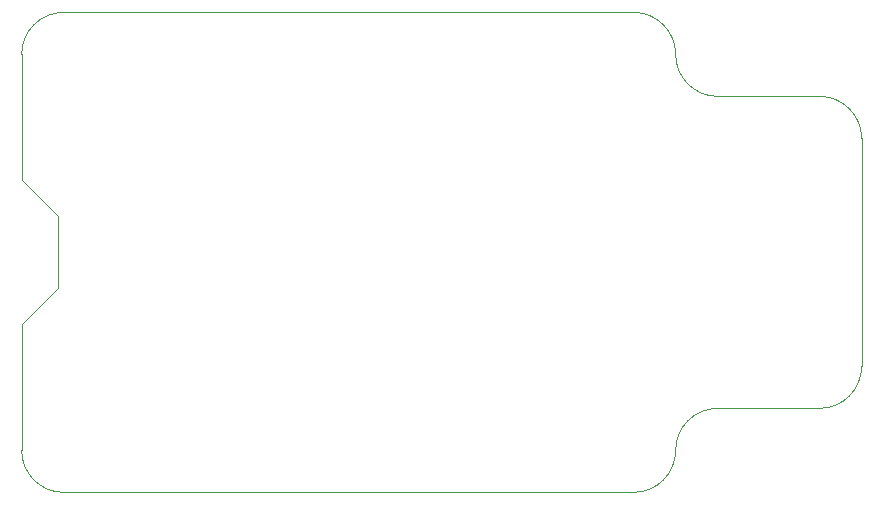
<source format=gm1>
G04 #@! TF.GenerationSoftware,KiCad,Pcbnew,5.1.6-c6e7f7d~87~ubuntu20.04.1*
G04 #@! TF.CreationDate,2020-07-30T22:17:07+05:30*
G04 #@! TF.ProjectId,tiny_blinky,74696e79-5f62-46c6-996e-6b792e6b6963,rev1*
G04 #@! TF.SameCoordinates,Original*
G04 #@! TF.FileFunction,Profile,NP*
%FSLAX46Y46*%
G04 Gerber Fmt 4.6, Leading zero omitted, Abs format (unit mm)*
G04 Created by KiCad (PCBNEW 5.1.6-c6e7f7d~87~ubuntu20.04.1) date 2020-07-30 22:17:07*
%MOMM*%
%LPD*%
G01*
G04 APERTURE LIST*
G04 #@! TA.AperFunction,Profile*
%ADD10C,0.101600*%
G04 #@! TD*
G04 APERTURE END LIST*
D10*
X108204000Y-37592000D02*
X99568000Y-37592000D01*
X108204000Y-64008000D02*
X99568000Y-64008000D01*
X44196000Y-30480000D02*
X92456000Y-30480000D01*
X44196000Y-71120000D02*
X92456000Y-71120000D01*
X111760000Y-41148000D02*
X111760000Y-60452000D01*
X40640000Y-34036000D02*
X40640000Y-44704000D01*
X108204000Y-37592000D02*
G75*
G02*
X111760000Y-41148000I0J-3556000D01*
G01*
X99568000Y-37592000D02*
G75*
G02*
X96012000Y-34036000I0J3556000D01*
G01*
X92456000Y-30480000D02*
G75*
G02*
X96012000Y-34036000I0J-3556000D01*
G01*
X111760000Y-60452000D02*
G75*
G02*
X108204000Y-64008000I-3556000J0D01*
G01*
X96012000Y-67564000D02*
G75*
G02*
X99568000Y-64008000I3556000J0D01*
G01*
X96012000Y-67564000D02*
G75*
G02*
X92456000Y-71120000I-3556000J0D01*
G01*
X40640000Y-34036000D02*
G75*
G02*
X44196000Y-30480000I3556000J0D01*
G01*
X44196000Y-71120000D02*
G75*
G02*
X40640000Y-67564000I0J3556000D01*
G01*
X40640000Y-44704000D02*
X43688000Y-47752000D01*
X43688000Y-47752000D02*
X43688000Y-53848000D01*
X43688000Y-53848000D02*
X40640000Y-56896000D01*
X40640000Y-56896000D02*
X40640000Y-67564000D01*
M02*

</source>
